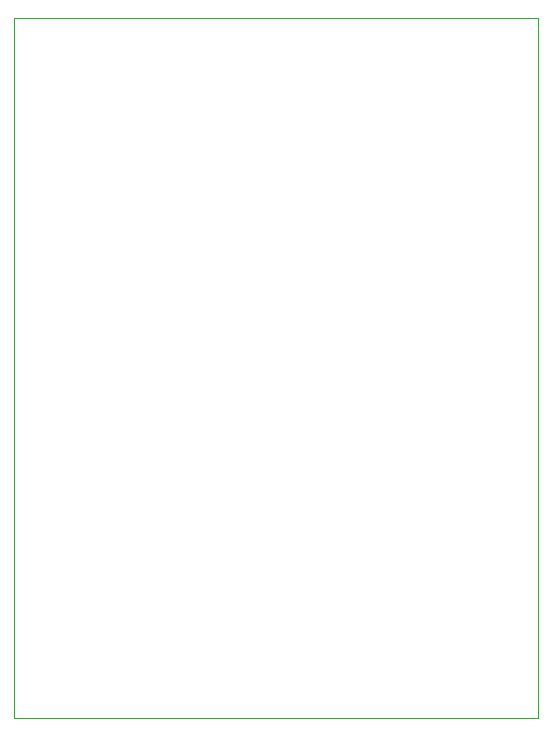
<source format=gm1>
G04 #@! TF.GenerationSoftware,KiCad,Pcbnew,(7.0.0)*
G04 #@! TF.CreationDate,2023-11-04T11:59:33-04:00*
G04 #@! TF.ProjectId,Emrick,456d7269-636b-42e6-9b69-6361645f7063,5.1*
G04 #@! TF.SameCoordinates,Original*
G04 #@! TF.FileFunction,Profile,NP*
%FSLAX46Y46*%
G04 Gerber Fmt 4.6, Leading zero omitted, Abs format (unit mm)*
G04 Created by KiCad (PCBNEW (7.0.0)) date 2023-11-04 11:59:33*
%MOMM*%
%LPD*%
G01*
G04 APERTURE LIST*
G04 #@! TA.AperFunction,Profile*
%ADD10C,0.100000*%
G04 #@! TD*
G04 APERTURE END LIST*
D10*
X123200000Y-16950000D02*
X123150000Y-76200000D01*
X78800000Y-16950000D02*
X123200000Y-16950000D01*
X78800000Y-76200000D02*
X78800000Y-16950000D01*
X78800000Y-76200000D02*
X123150000Y-76200000D01*
M02*

</source>
